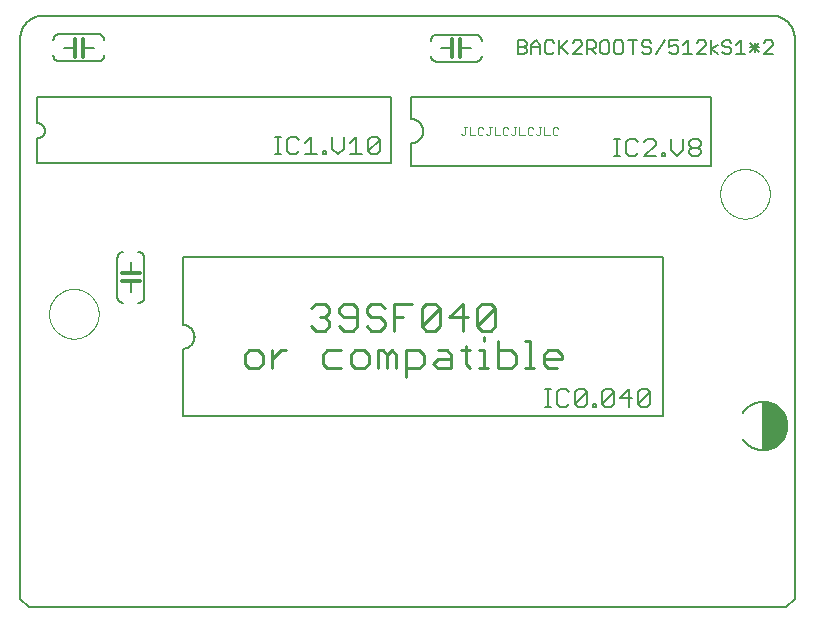
<source format=gto>
G75*
%MOIN*%
%OFA0B0*%
%FSLAX25Y25*%
%IPPOS*%
%LPD*%
%AMOC8*
5,1,8,0,0,1.08239X$1,22.5*
%
%ADD10C,0.00600*%
%ADD11C,0.00500*%
%ADD12C,0.00300*%
%ADD13C,0.00700*%
%ADD14C,0.01000*%
%ADD15C,0.01200*%
%ADD16C,0.00000*%
D10*
X0073680Y0007250D02*
X0076493Y0004438D01*
X0328993Y0004438D01*
X0331805Y0007250D01*
X0331805Y0194125D01*
X0331803Y0194306D01*
X0331796Y0194487D01*
X0331785Y0194668D01*
X0331770Y0194849D01*
X0331750Y0195029D01*
X0331726Y0195209D01*
X0331698Y0195388D01*
X0331665Y0195566D01*
X0331628Y0195743D01*
X0331587Y0195920D01*
X0331542Y0196095D01*
X0331492Y0196270D01*
X0331438Y0196443D01*
X0331380Y0196614D01*
X0331318Y0196785D01*
X0331251Y0196953D01*
X0331181Y0197120D01*
X0331107Y0197286D01*
X0331028Y0197449D01*
X0330946Y0197610D01*
X0330860Y0197770D01*
X0330770Y0197927D01*
X0330676Y0198082D01*
X0330579Y0198235D01*
X0330477Y0198385D01*
X0330373Y0198533D01*
X0330264Y0198679D01*
X0330153Y0198821D01*
X0330037Y0198961D01*
X0329919Y0199098D01*
X0329797Y0199233D01*
X0329672Y0199364D01*
X0329544Y0199492D01*
X0329413Y0199617D01*
X0329278Y0199739D01*
X0329141Y0199857D01*
X0329001Y0199973D01*
X0328859Y0200084D01*
X0328713Y0200193D01*
X0328565Y0200297D01*
X0328415Y0200399D01*
X0328262Y0200496D01*
X0328107Y0200590D01*
X0327950Y0200680D01*
X0327790Y0200766D01*
X0327629Y0200848D01*
X0327466Y0200927D01*
X0327300Y0201001D01*
X0327133Y0201071D01*
X0326965Y0201138D01*
X0326794Y0201200D01*
X0326623Y0201258D01*
X0326450Y0201312D01*
X0326275Y0201362D01*
X0326100Y0201407D01*
X0325923Y0201448D01*
X0325746Y0201485D01*
X0325568Y0201518D01*
X0325389Y0201546D01*
X0325209Y0201570D01*
X0325029Y0201590D01*
X0324848Y0201605D01*
X0324667Y0201616D01*
X0324486Y0201623D01*
X0324305Y0201625D01*
X0081180Y0201625D01*
X0080999Y0201623D01*
X0080818Y0201616D01*
X0080637Y0201605D01*
X0080456Y0201590D01*
X0080276Y0201570D01*
X0080096Y0201546D01*
X0079917Y0201518D01*
X0079739Y0201485D01*
X0079562Y0201448D01*
X0079385Y0201407D01*
X0079210Y0201362D01*
X0079035Y0201312D01*
X0078862Y0201258D01*
X0078691Y0201200D01*
X0078520Y0201138D01*
X0078352Y0201071D01*
X0078185Y0201001D01*
X0078019Y0200927D01*
X0077856Y0200848D01*
X0077695Y0200766D01*
X0077535Y0200680D01*
X0077378Y0200590D01*
X0077223Y0200496D01*
X0077070Y0200399D01*
X0076920Y0200297D01*
X0076772Y0200193D01*
X0076626Y0200084D01*
X0076484Y0199973D01*
X0076344Y0199857D01*
X0076207Y0199739D01*
X0076072Y0199617D01*
X0075941Y0199492D01*
X0075813Y0199364D01*
X0075688Y0199233D01*
X0075566Y0199098D01*
X0075448Y0198961D01*
X0075332Y0198821D01*
X0075221Y0198679D01*
X0075112Y0198533D01*
X0075008Y0198385D01*
X0074906Y0198235D01*
X0074809Y0198082D01*
X0074715Y0197927D01*
X0074625Y0197770D01*
X0074539Y0197610D01*
X0074457Y0197449D01*
X0074378Y0197286D01*
X0074304Y0197120D01*
X0074234Y0196953D01*
X0074167Y0196785D01*
X0074105Y0196614D01*
X0074047Y0196443D01*
X0073993Y0196270D01*
X0073943Y0196095D01*
X0073898Y0195920D01*
X0073857Y0195743D01*
X0073820Y0195566D01*
X0073787Y0195388D01*
X0073759Y0195209D01*
X0073735Y0195029D01*
X0073715Y0194849D01*
X0073700Y0194668D01*
X0073689Y0194487D01*
X0073682Y0194306D01*
X0073680Y0194125D01*
X0073680Y0007250D01*
X0127743Y0068125D02*
X0127743Y0090625D01*
X0127869Y0090627D01*
X0127994Y0090633D01*
X0128119Y0090643D01*
X0128244Y0090657D01*
X0128369Y0090674D01*
X0128493Y0090696D01*
X0128616Y0090721D01*
X0128738Y0090751D01*
X0128859Y0090784D01*
X0128979Y0090821D01*
X0129098Y0090861D01*
X0129215Y0090906D01*
X0129332Y0090954D01*
X0129446Y0091006D01*
X0129559Y0091061D01*
X0129670Y0091120D01*
X0129779Y0091182D01*
X0129886Y0091248D01*
X0129991Y0091317D01*
X0130094Y0091389D01*
X0130195Y0091464D01*
X0130293Y0091543D01*
X0130388Y0091625D01*
X0130481Y0091709D01*
X0130571Y0091797D01*
X0130659Y0091887D01*
X0130743Y0091980D01*
X0130825Y0092075D01*
X0130904Y0092173D01*
X0130979Y0092274D01*
X0131051Y0092377D01*
X0131120Y0092482D01*
X0131186Y0092589D01*
X0131248Y0092698D01*
X0131307Y0092809D01*
X0131362Y0092922D01*
X0131414Y0093036D01*
X0131462Y0093153D01*
X0131507Y0093270D01*
X0131547Y0093389D01*
X0131584Y0093509D01*
X0131617Y0093630D01*
X0131647Y0093752D01*
X0131672Y0093875D01*
X0131694Y0093999D01*
X0131711Y0094124D01*
X0131725Y0094249D01*
X0131735Y0094374D01*
X0131741Y0094499D01*
X0131743Y0094625D01*
X0131741Y0094751D01*
X0131735Y0094876D01*
X0131725Y0095001D01*
X0131711Y0095126D01*
X0131694Y0095251D01*
X0131672Y0095375D01*
X0131647Y0095498D01*
X0131617Y0095620D01*
X0131584Y0095741D01*
X0131547Y0095861D01*
X0131507Y0095980D01*
X0131462Y0096097D01*
X0131414Y0096214D01*
X0131362Y0096328D01*
X0131307Y0096441D01*
X0131248Y0096552D01*
X0131186Y0096661D01*
X0131120Y0096768D01*
X0131051Y0096873D01*
X0130979Y0096976D01*
X0130904Y0097077D01*
X0130825Y0097175D01*
X0130743Y0097270D01*
X0130659Y0097363D01*
X0130571Y0097453D01*
X0130481Y0097541D01*
X0130388Y0097625D01*
X0130293Y0097707D01*
X0130195Y0097786D01*
X0130094Y0097861D01*
X0129991Y0097933D01*
X0129886Y0098002D01*
X0129779Y0098068D01*
X0129670Y0098130D01*
X0129559Y0098189D01*
X0129446Y0098244D01*
X0129332Y0098296D01*
X0129215Y0098344D01*
X0129098Y0098389D01*
X0128979Y0098429D01*
X0128859Y0098466D01*
X0128738Y0098499D01*
X0128616Y0098529D01*
X0128493Y0098554D01*
X0128369Y0098576D01*
X0128244Y0098593D01*
X0128119Y0098607D01*
X0127994Y0098617D01*
X0127869Y0098623D01*
X0127743Y0098625D01*
X0127743Y0121125D01*
X0287743Y0121125D01*
X0287743Y0068125D01*
X0127743Y0068125D01*
X0115055Y0107937D02*
X0115055Y0120937D01*
X0115053Y0121024D01*
X0115047Y0121111D01*
X0115038Y0121198D01*
X0115025Y0121284D01*
X0115008Y0121370D01*
X0114987Y0121455D01*
X0114962Y0121538D01*
X0114934Y0121621D01*
X0114903Y0121702D01*
X0114868Y0121782D01*
X0114829Y0121860D01*
X0114787Y0121937D01*
X0114742Y0122012D01*
X0114693Y0122084D01*
X0114642Y0122155D01*
X0114587Y0122223D01*
X0114530Y0122288D01*
X0114469Y0122351D01*
X0114406Y0122412D01*
X0114341Y0122469D01*
X0114273Y0122524D01*
X0114202Y0122575D01*
X0114130Y0122624D01*
X0114055Y0122669D01*
X0113978Y0122711D01*
X0113900Y0122750D01*
X0113820Y0122785D01*
X0113739Y0122816D01*
X0113656Y0122844D01*
X0113573Y0122869D01*
X0113488Y0122890D01*
X0113402Y0122907D01*
X0113316Y0122920D01*
X0113229Y0122929D01*
X0113142Y0122935D01*
X0113055Y0122937D01*
X0110555Y0119437D02*
X0110555Y0115737D01*
X0110555Y0113237D02*
X0110555Y0109437D01*
X0108055Y0105937D02*
X0107968Y0105939D01*
X0107881Y0105945D01*
X0107794Y0105954D01*
X0107708Y0105967D01*
X0107622Y0105984D01*
X0107537Y0106005D01*
X0107454Y0106030D01*
X0107371Y0106058D01*
X0107290Y0106089D01*
X0107210Y0106124D01*
X0107132Y0106163D01*
X0107055Y0106205D01*
X0106980Y0106250D01*
X0106908Y0106299D01*
X0106837Y0106350D01*
X0106769Y0106405D01*
X0106704Y0106462D01*
X0106641Y0106523D01*
X0106580Y0106586D01*
X0106523Y0106651D01*
X0106468Y0106719D01*
X0106417Y0106790D01*
X0106368Y0106862D01*
X0106323Y0106937D01*
X0106281Y0107014D01*
X0106242Y0107092D01*
X0106207Y0107172D01*
X0106176Y0107253D01*
X0106148Y0107336D01*
X0106123Y0107419D01*
X0106102Y0107504D01*
X0106085Y0107590D01*
X0106072Y0107676D01*
X0106063Y0107763D01*
X0106057Y0107850D01*
X0106055Y0107937D01*
X0106055Y0120937D01*
X0106057Y0121024D01*
X0106063Y0121111D01*
X0106072Y0121198D01*
X0106085Y0121284D01*
X0106102Y0121370D01*
X0106123Y0121455D01*
X0106148Y0121538D01*
X0106176Y0121621D01*
X0106207Y0121702D01*
X0106242Y0121782D01*
X0106281Y0121860D01*
X0106323Y0121937D01*
X0106368Y0122012D01*
X0106417Y0122084D01*
X0106468Y0122155D01*
X0106523Y0122223D01*
X0106580Y0122288D01*
X0106641Y0122351D01*
X0106704Y0122412D01*
X0106769Y0122469D01*
X0106837Y0122524D01*
X0106908Y0122575D01*
X0106980Y0122624D01*
X0107055Y0122669D01*
X0107132Y0122711D01*
X0107210Y0122750D01*
X0107290Y0122785D01*
X0107371Y0122816D01*
X0107454Y0122844D01*
X0107537Y0122869D01*
X0107622Y0122890D01*
X0107708Y0122907D01*
X0107794Y0122920D01*
X0107881Y0122929D01*
X0107968Y0122935D01*
X0108055Y0122937D01*
X0115055Y0107937D02*
X0115053Y0107850D01*
X0115047Y0107763D01*
X0115038Y0107676D01*
X0115025Y0107590D01*
X0115008Y0107504D01*
X0114987Y0107419D01*
X0114962Y0107336D01*
X0114934Y0107253D01*
X0114903Y0107172D01*
X0114868Y0107092D01*
X0114829Y0107014D01*
X0114787Y0106937D01*
X0114742Y0106862D01*
X0114693Y0106790D01*
X0114642Y0106719D01*
X0114587Y0106651D01*
X0114530Y0106586D01*
X0114469Y0106523D01*
X0114406Y0106462D01*
X0114341Y0106405D01*
X0114273Y0106350D01*
X0114202Y0106299D01*
X0114130Y0106250D01*
X0114055Y0106205D01*
X0113978Y0106163D01*
X0113900Y0106124D01*
X0113820Y0106089D01*
X0113739Y0106058D01*
X0113656Y0106030D01*
X0113573Y0106005D01*
X0113488Y0105984D01*
X0113402Y0105967D01*
X0113316Y0105954D01*
X0113229Y0105945D01*
X0113142Y0105939D01*
X0113055Y0105937D01*
X0079368Y0152375D02*
X0197368Y0152375D01*
X0197368Y0174375D01*
X0079368Y0174375D01*
X0079368Y0165875D01*
X0079466Y0165873D01*
X0079564Y0165867D01*
X0079662Y0165858D01*
X0079759Y0165844D01*
X0079856Y0165827D01*
X0079952Y0165806D01*
X0080047Y0165781D01*
X0080141Y0165753D01*
X0080233Y0165720D01*
X0080325Y0165685D01*
X0080415Y0165645D01*
X0080503Y0165603D01*
X0080590Y0165556D01*
X0080674Y0165507D01*
X0080757Y0165454D01*
X0080837Y0165398D01*
X0080916Y0165338D01*
X0080992Y0165276D01*
X0081065Y0165211D01*
X0081136Y0165143D01*
X0081204Y0165072D01*
X0081269Y0164999D01*
X0081331Y0164923D01*
X0081391Y0164844D01*
X0081447Y0164764D01*
X0081500Y0164681D01*
X0081549Y0164597D01*
X0081596Y0164510D01*
X0081638Y0164422D01*
X0081678Y0164332D01*
X0081713Y0164240D01*
X0081746Y0164148D01*
X0081774Y0164054D01*
X0081799Y0163959D01*
X0081820Y0163863D01*
X0081837Y0163766D01*
X0081851Y0163669D01*
X0081860Y0163571D01*
X0081866Y0163473D01*
X0081868Y0163375D01*
X0081866Y0163277D01*
X0081860Y0163179D01*
X0081851Y0163081D01*
X0081837Y0162984D01*
X0081820Y0162887D01*
X0081799Y0162791D01*
X0081774Y0162696D01*
X0081746Y0162602D01*
X0081713Y0162510D01*
X0081678Y0162418D01*
X0081638Y0162328D01*
X0081596Y0162240D01*
X0081549Y0162153D01*
X0081500Y0162069D01*
X0081447Y0161986D01*
X0081391Y0161906D01*
X0081331Y0161827D01*
X0081269Y0161751D01*
X0081204Y0161678D01*
X0081136Y0161607D01*
X0081065Y0161539D01*
X0080992Y0161474D01*
X0080916Y0161412D01*
X0080837Y0161352D01*
X0080757Y0161296D01*
X0080674Y0161243D01*
X0080590Y0161194D01*
X0080503Y0161147D01*
X0080415Y0161105D01*
X0080325Y0161065D01*
X0080233Y0161030D01*
X0080141Y0160997D01*
X0080047Y0160969D01*
X0079952Y0160944D01*
X0079856Y0160923D01*
X0079759Y0160906D01*
X0079662Y0160892D01*
X0079564Y0160883D01*
X0079466Y0160877D01*
X0079368Y0160875D01*
X0079368Y0152375D01*
X0086681Y0186500D02*
X0099681Y0186500D01*
X0099768Y0186502D01*
X0099855Y0186508D01*
X0099942Y0186517D01*
X0100028Y0186530D01*
X0100114Y0186547D01*
X0100199Y0186568D01*
X0100282Y0186593D01*
X0100365Y0186621D01*
X0100446Y0186652D01*
X0100526Y0186687D01*
X0100604Y0186726D01*
X0100681Y0186768D01*
X0100756Y0186813D01*
X0100828Y0186862D01*
X0100899Y0186913D01*
X0100967Y0186968D01*
X0101032Y0187025D01*
X0101095Y0187086D01*
X0101156Y0187149D01*
X0101213Y0187214D01*
X0101268Y0187282D01*
X0101319Y0187353D01*
X0101368Y0187425D01*
X0101413Y0187500D01*
X0101455Y0187577D01*
X0101494Y0187655D01*
X0101529Y0187735D01*
X0101560Y0187816D01*
X0101588Y0187899D01*
X0101613Y0187982D01*
X0101634Y0188067D01*
X0101651Y0188153D01*
X0101664Y0188239D01*
X0101673Y0188326D01*
X0101679Y0188413D01*
X0101681Y0188500D01*
X0098181Y0191000D02*
X0094481Y0191000D01*
X0091981Y0191000D02*
X0088181Y0191000D01*
X0084681Y0193500D02*
X0084683Y0193587D01*
X0084689Y0193674D01*
X0084698Y0193761D01*
X0084711Y0193847D01*
X0084728Y0193933D01*
X0084749Y0194018D01*
X0084774Y0194101D01*
X0084802Y0194184D01*
X0084833Y0194265D01*
X0084868Y0194345D01*
X0084907Y0194423D01*
X0084949Y0194500D01*
X0084994Y0194575D01*
X0085043Y0194647D01*
X0085094Y0194718D01*
X0085149Y0194786D01*
X0085206Y0194851D01*
X0085267Y0194914D01*
X0085330Y0194975D01*
X0085395Y0195032D01*
X0085463Y0195087D01*
X0085534Y0195138D01*
X0085606Y0195187D01*
X0085681Y0195232D01*
X0085758Y0195274D01*
X0085836Y0195313D01*
X0085916Y0195348D01*
X0085997Y0195379D01*
X0086080Y0195407D01*
X0086163Y0195432D01*
X0086248Y0195453D01*
X0086334Y0195470D01*
X0086420Y0195483D01*
X0086507Y0195492D01*
X0086594Y0195498D01*
X0086681Y0195500D01*
X0099681Y0195500D01*
X0099768Y0195498D01*
X0099855Y0195492D01*
X0099942Y0195483D01*
X0100028Y0195470D01*
X0100114Y0195453D01*
X0100199Y0195432D01*
X0100282Y0195407D01*
X0100365Y0195379D01*
X0100446Y0195348D01*
X0100526Y0195313D01*
X0100604Y0195274D01*
X0100681Y0195232D01*
X0100756Y0195187D01*
X0100828Y0195138D01*
X0100899Y0195087D01*
X0100967Y0195032D01*
X0101032Y0194975D01*
X0101095Y0194914D01*
X0101156Y0194851D01*
X0101213Y0194786D01*
X0101268Y0194718D01*
X0101319Y0194647D01*
X0101368Y0194575D01*
X0101413Y0194500D01*
X0101455Y0194423D01*
X0101494Y0194345D01*
X0101529Y0194265D01*
X0101560Y0194184D01*
X0101588Y0194101D01*
X0101613Y0194018D01*
X0101634Y0193933D01*
X0101651Y0193847D01*
X0101664Y0193761D01*
X0101673Y0193674D01*
X0101679Y0193587D01*
X0101681Y0193500D01*
X0086681Y0186500D02*
X0086594Y0186502D01*
X0086507Y0186508D01*
X0086420Y0186517D01*
X0086334Y0186530D01*
X0086248Y0186547D01*
X0086163Y0186568D01*
X0086080Y0186593D01*
X0085997Y0186621D01*
X0085916Y0186652D01*
X0085836Y0186687D01*
X0085758Y0186726D01*
X0085681Y0186768D01*
X0085606Y0186813D01*
X0085534Y0186862D01*
X0085463Y0186913D01*
X0085395Y0186968D01*
X0085330Y0187025D01*
X0085267Y0187086D01*
X0085206Y0187149D01*
X0085149Y0187214D01*
X0085094Y0187282D01*
X0085043Y0187353D01*
X0084994Y0187425D01*
X0084949Y0187500D01*
X0084907Y0187577D01*
X0084868Y0187655D01*
X0084833Y0187735D01*
X0084802Y0187816D01*
X0084774Y0187899D01*
X0084749Y0187982D01*
X0084728Y0188067D01*
X0084711Y0188153D01*
X0084698Y0188239D01*
X0084689Y0188326D01*
X0084683Y0188413D01*
X0084681Y0188500D01*
X0203993Y0174687D02*
X0203993Y0167188D01*
X0204119Y0167186D01*
X0204244Y0167180D01*
X0204369Y0167170D01*
X0204494Y0167156D01*
X0204619Y0167139D01*
X0204743Y0167117D01*
X0204866Y0167092D01*
X0204988Y0167062D01*
X0205109Y0167029D01*
X0205229Y0166992D01*
X0205348Y0166952D01*
X0205465Y0166907D01*
X0205582Y0166859D01*
X0205696Y0166807D01*
X0205809Y0166752D01*
X0205920Y0166693D01*
X0206029Y0166631D01*
X0206136Y0166565D01*
X0206241Y0166496D01*
X0206344Y0166424D01*
X0206445Y0166349D01*
X0206543Y0166270D01*
X0206638Y0166188D01*
X0206731Y0166104D01*
X0206821Y0166016D01*
X0206909Y0165926D01*
X0206993Y0165833D01*
X0207075Y0165738D01*
X0207154Y0165640D01*
X0207229Y0165539D01*
X0207301Y0165436D01*
X0207370Y0165331D01*
X0207436Y0165224D01*
X0207498Y0165115D01*
X0207557Y0165004D01*
X0207612Y0164891D01*
X0207664Y0164777D01*
X0207712Y0164660D01*
X0207757Y0164543D01*
X0207797Y0164424D01*
X0207834Y0164304D01*
X0207867Y0164183D01*
X0207897Y0164061D01*
X0207922Y0163938D01*
X0207944Y0163814D01*
X0207961Y0163689D01*
X0207975Y0163564D01*
X0207985Y0163439D01*
X0207991Y0163314D01*
X0207993Y0163188D01*
X0207991Y0163062D01*
X0207985Y0162937D01*
X0207975Y0162812D01*
X0207961Y0162687D01*
X0207944Y0162562D01*
X0207922Y0162438D01*
X0207897Y0162315D01*
X0207867Y0162193D01*
X0207834Y0162072D01*
X0207797Y0161952D01*
X0207757Y0161833D01*
X0207712Y0161716D01*
X0207664Y0161599D01*
X0207612Y0161485D01*
X0207557Y0161372D01*
X0207498Y0161261D01*
X0207436Y0161152D01*
X0207370Y0161045D01*
X0207301Y0160940D01*
X0207229Y0160837D01*
X0207154Y0160736D01*
X0207075Y0160638D01*
X0206993Y0160543D01*
X0206909Y0160450D01*
X0206821Y0160360D01*
X0206731Y0160272D01*
X0206638Y0160188D01*
X0206543Y0160106D01*
X0206445Y0160027D01*
X0206344Y0159952D01*
X0206241Y0159880D01*
X0206136Y0159811D01*
X0206029Y0159745D01*
X0205920Y0159683D01*
X0205809Y0159624D01*
X0205696Y0159569D01*
X0205582Y0159517D01*
X0205465Y0159469D01*
X0205348Y0159424D01*
X0205229Y0159384D01*
X0205109Y0159347D01*
X0204988Y0159314D01*
X0204866Y0159284D01*
X0204743Y0159259D01*
X0204619Y0159237D01*
X0204494Y0159220D01*
X0204369Y0159206D01*
X0204244Y0159196D01*
X0204119Y0159190D01*
X0203993Y0159188D01*
X0203993Y0151688D01*
X0303993Y0151688D01*
X0303993Y0174687D01*
X0203993Y0174687D01*
X0212517Y0186338D02*
X0225517Y0186338D01*
X0225604Y0186340D01*
X0225691Y0186346D01*
X0225778Y0186355D01*
X0225864Y0186368D01*
X0225950Y0186385D01*
X0226035Y0186406D01*
X0226118Y0186431D01*
X0226201Y0186459D01*
X0226282Y0186490D01*
X0226362Y0186525D01*
X0226440Y0186564D01*
X0226517Y0186606D01*
X0226592Y0186651D01*
X0226664Y0186700D01*
X0226735Y0186751D01*
X0226803Y0186806D01*
X0226868Y0186863D01*
X0226931Y0186924D01*
X0226992Y0186987D01*
X0227049Y0187052D01*
X0227104Y0187120D01*
X0227155Y0187191D01*
X0227204Y0187263D01*
X0227249Y0187338D01*
X0227291Y0187415D01*
X0227330Y0187493D01*
X0227365Y0187573D01*
X0227396Y0187654D01*
X0227424Y0187737D01*
X0227449Y0187820D01*
X0227470Y0187905D01*
X0227487Y0187991D01*
X0227500Y0188077D01*
X0227509Y0188164D01*
X0227515Y0188251D01*
X0227517Y0188338D01*
X0224017Y0190838D02*
X0220217Y0190838D01*
X0217717Y0190838D02*
X0214017Y0190838D01*
X0210517Y0193338D02*
X0210519Y0193425D01*
X0210525Y0193512D01*
X0210534Y0193599D01*
X0210547Y0193685D01*
X0210564Y0193771D01*
X0210585Y0193856D01*
X0210610Y0193939D01*
X0210638Y0194022D01*
X0210669Y0194103D01*
X0210704Y0194183D01*
X0210743Y0194261D01*
X0210785Y0194338D01*
X0210830Y0194413D01*
X0210879Y0194485D01*
X0210930Y0194556D01*
X0210985Y0194624D01*
X0211042Y0194689D01*
X0211103Y0194752D01*
X0211166Y0194813D01*
X0211231Y0194870D01*
X0211299Y0194925D01*
X0211370Y0194976D01*
X0211442Y0195025D01*
X0211517Y0195070D01*
X0211594Y0195112D01*
X0211672Y0195151D01*
X0211752Y0195186D01*
X0211833Y0195217D01*
X0211916Y0195245D01*
X0211999Y0195270D01*
X0212084Y0195291D01*
X0212170Y0195308D01*
X0212256Y0195321D01*
X0212343Y0195330D01*
X0212430Y0195336D01*
X0212517Y0195338D01*
X0225517Y0195338D01*
X0225604Y0195336D01*
X0225691Y0195330D01*
X0225778Y0195321D01*
X0225864Y0195308D01*
X0225950Y0195291D01*
X0226035Y0195270D01*
X0226118Y0195245D01*
X0226201Y0195217D01*
X0226282Y0195186D01*
X0226362Y0195151D01*
X0226440Y0195112D01*
X0226517Y0195070D01*
X0226592Y0195025D01*
X0226664Y0194976D01*
X0226735Y0194925D01*
X0226803Y0194870D01*
X0226868Y0194813D01*
X0226931Y0194752D01*
X0226992Y0194689D01*
X0227049Y0194624D01*
X0227104Y0194556D01*
X0227155Y0194485D01*
X0227204Y0194413D01*
X0227249Y0194338D01*
X0227291Y0194261D01*
X0227330Y0194183D01*
X0227365Y0194103D01*
X0227396Y0194022D01*
X0227424Y0193939D01*
X0227449Y0193856D01*
X0227470Y0193771D01*
X0227487Y0193685D01*
X0227500Y0193599D01*
X0227509Y0193512D01*
X0227515Y0193425D01*
X0227517Y0193338D01*
X0212517Y0186338D02*
X0212430Y0186340D01*
X0212343Y0186346D01*
X0212256Y0186355D01*
X0212170Y0186368D01*
X0212084Y0186385D01*
X0211999Y0186406D01*
X0211916Y0186431D01*
X0211833Y0186459D01*
X0211752Y0186490D01*
X0211672Y0186525D01*
X0211594Y0186564D01*
X0211517Y0186606D01*
X0211442Y0186651D01*
X0211370Y0186700D01*
X0211299Y0186751D01*
X0211231Y0186806D01*
X0211166Y0186863D01*
X0211103Y0186924D01*
X0211042Y0186987D01*
X0210985Y0187052D01*
X0210930Y0187120D01*
X0210879Y0187191D01*
X0210830Y0187263D01*
X0210785Y0187338D01*
X0210743Y0187415D01*
X0210704Y0187493D01*
X0210669Y0187573D01*
X0210638Y0187654D01*
X0210610Y0187737D01*
X0210585Y0187820D01*
X0210564Y0187905D01*
X0210547Y0187991D01*
X0210534Y0188077D01*
X0210525Y0188164D01*
X0210519Y0188251D01*
X0210517Y0188338D01*
X0314493Y0060484D02*
X0314602Y0060322D01*
X0314715Y0060162D01*
X0314832Y0060006D01*
X0314953Y0059852D01*
X0315078Y0059702D01*
X0315206Y0059554D01*
X0315338Y0059410D01*
X0315473Y0059268D01*
X0315612Y0059131D01*
X0315754Y0058996D01*
X0315899Y0058866D01*
X0316048Y0058738D01*
X0316199Y0058615D01*
X0316354Y0058495D01*
X0316511Y0058379D01*
X0316671Y0058267D01*
X0316834Y0058158D01*
X0316999Y0058054D01*
X0317167Y0057954D01*
X0317338Y0057858D01*
X0317510Y0057766D01*
X0317685Y0057679D01*
X0317862Y0057596D01*
X0318041Y0057517D01*
X0318222Y0057442D01*
X0318404Y0057372D01*
X0318588Y0057306D01*
X0318774Y0057245D01*
X0318961Y0057189D01*
X0319150Y0057137D01*
X0319339Y0057090D01*
X0319530Y0057047D01*
X0319722Y0057009D01*
X0319915Y0056976D01*
X0320108Y0056947D01*
X0320302Y0056923D01*
X0320497Y0056904D01*
X0320692Y0056890D01*
X0320887Y0056880D01*
X0321082Y0056876D01*
X0321278Y0056876D01*
X0321473Y0056880D01*
X0321668Y0056890D01*
X0321863Y0056904D01*
X0322058Y0056923D01*
X0322252Y0056947D01*
X0322445Y0056976D01*
X0322638Y0057009D01*
X0322830Y0057047D01*
X0323021Y0057090D01*
X0323210Y0057137D01*
X0323399Y0057189D01*
X0323586Y0057245D01*
X0323772Y0057306D01*
X0323956Y0057372D01*
X0324138Y0057442D01*
X0324319Y0057517D01*
X0324498Y0057596D01*
X0324675Y0057679D01*
X0324850Y0057766D01*
X0325022Y0057858D01*
X0325193Y0057954D01*
X0325361Y0058054D01*
X0325526Y0058158D01*
X0325689Y0058267D01*
X0325849Y0058379D01*
X0326006Y0058495D01*
X0326161Y0058615D01*
X0326312Y0058738D01*
X0326461Y0058866D01*
X0326606Y0058996D01*
X0326748Y0059131D01*
X0326887Y0059268D01*
X0327022Y0059410D01*
X0327154Y0059554D01*
X0327282Y0059702D01*
X0327407Y0059852D01*
X0327528Y0060006D01*
X0327645Y0060162D01*
X0327758Y0060322D01*
X0327867Y0060484D01*
X0327867Y0069266D02*
X0327758Y0069428D01*
X0327645Y0069588D01*
X0327528Y0069744D01*
X0327407Y0069898D01*
X0327282Y0070048D01*
X0327154Y0070196D01*
X0327022Y0070340D01*
X0326887Y0070482D01*
X0326748Y0070619D01*
X0326606Y0070754D01*
X0326461Y0070884D01*
X0326312Y0071012D01*
X0326161Y0071135D01*
X0326006Y0071255D01*
X0325849Y0071371D01*
X0325689Y0071483D01*
X0325526Y0071592D01*
X0325361Y0071696D01*
X0325193Y0071796D01*
X0325022Y0071892D01*
X0324850Y0071984D01*
X0324675Y0072071D01*
X0324498Y0072154D01*
X0324319Y0072233D01*
X0324138Y0072308D01*
X0323956Y0072378D01*
X0323772Y0072444D01*
X0323586Y0072505D01*
X0323399Y0072561D01*
X0323210Y0072613D01*
X0323021Y0072660D01*
X0322830Y0072703D01*
X0322638Y0072741D01*
X0322445Y0072774D01*
X0322252Y0072803D01*
X0322058Y0072827D01*
X0321863Y0072846D01*
X0321668Y0072860D01*
X0321473Y0072870D01*
X0321278Y0072874D01*
X0321082Y0072874D01*
X0320887Y0072870D01*
X0320692Y0072860D01*
X0320497Y0072846D01*
X0320302Y0072827D01*
X0320108Y0072803D01*
X0319915Y0072774D01*
X0319722Y0072741D01*
X0319530Y0072703D01*
X0319339Y0072660D01*
X0319150Y0072613D01*
X0318961Y0072561D01*
X0318774Y0072505D01*
X0318588Y0072444D01*
X0318404Y0072378D01*
X0318222Y0072308D01*
X0318041Y0072233D01*
X0317862Y0072154D01*
X0317685Y0072071D01*
X0317510Y0071984D01*
X0317338Y0071892D01*
X0317167Y0071796D01*
X0316999Y0071696D01*
X0316834Y0071592D01*
X0316671Y0071483D01*
X0316511Y0071371D01*
X0316354Y0071255D01*
X0316199Y0071135D01*
X0316048Y0071012D01*
X0315899Y0070884D01*
X0315754Y0070754D01*
X0315612Y0070619D01*
X0315473Y0070482D01*
X0315338Y0070340D01*
X0315206Y0070196D01*
X0315078Y0070048D01*
X0314953Y0069898D01*
X0314832Y0069744D01*
X0314715Y0069588D01*
X0314602Y0069428D01*
X0314493Y0069266D01*
D11*
X0321180Y0069244D02*
X0328003Y0069244D01*
X0327754Y0069651D02*
X0326926Y0070621D01*
X0325956Y0071449D01*
X0324869Y0072115D01*
X0323691Y0072603D01*
X0322451Y0072900D01*
X0321180Y0073000D01*
X0321180Y0056750D01*
X0322451Y0056851D01*
X0323691Y0057148D01*
X0324869Y0057636D01*
X0325956Y0058302D01*
X0326926Y0059130D01*
X0327754Y0060100D01*
X0328420Y0061187D01*
X0328908Y0062365D01*
X0329205Y0063604D01*
X0329305Y0064875D01*
X0329205Y0066147D01*
X0328908Y0067386D01*
X0328420Y0068564D01*
X0327754Y0069651D01*
X0327676Y0069742D02*
X0321180Y0069742D01*
X0321180Y0070241D02*
X0327250Y0070241D01*
X0326786Y0070740D02*
X0321180Y0070740D01*
X0321180Y0071238D02*
X0326203Y0071238D01*
X0325486Y0071737D02*
X0321180Y0071737D01*
X0321180Y0072235D02*
X0324579Y0072235D01*
X0323147Y0072734D02*
X0321180Y0072734D01*
X0321180Y0068745D02*
X0328309Y0068745D01*
X0328551Y0068247D02*
X0321180Y0068247D01*
X0321180Y0067748D02*
X0328758Y0067748D01*
X0328940Y0067250D02*
X0321180Y0067250D01*
X0321180Y0066751D02*
X0329060Y0066751D01*
X0329180Y0066253D02*
X0321180Y0066253D01*
X0321180Y0065754D02*
X0329236Y0065754D01*
X0329275Y0065256D02*
X0321180Y0065256D01*
X0321180Y0064757D02*
X0329296Y0064757D01*
X0329257Y0064259D02*
X0321180Y0064259D01*
X0321180Y0063760D02*
X0329218Y0063760D01*
X0329123Y0063262D02*
X0321180Y0063262D01*
X0321180Y0062763D02*
X0329003Y0062763D01*
X0328866Y0062265D02*
X0321180Y0062265D01*
X0321180Y0061766D02*
X0328660Y0061766D01*
X0328453Y0061268D02*
X0321180Y0061268D01*
X0321180Y0060769D02*
X0328164Y0060769D01*
X0327858Y0060271D02*
X0321180Y0060271D01*
X0321180Y0059772D02*
X0327474Y0059772D01*
X0327048Y0059274D02*
X0321180Y0059274D01*
X0321180Y0058775D02*
X0326510Y0058775D01*
X0325914Y0058277D02*
X0321180Y0058277D01*
X0321180Y0057778D02*
X0325101Y0057778D01*
X0324009Y0057280D02*
X0321180Y0057280D01*
X0321180Y0056781D02*
X0321570Y0056781D01*
X0321526Y0188875D02*
X0324529Y0191878D01*
X0324529Y0192629D01*
X0323778Y0193379D01*
X0322277Y0193379D01*
X0321526Y0192629D01*
X0319925Y0192629D02*
X0316922Y0189626D01*
X0318423Y0189626D02*
X0318423Y0192629D01*
X0316922Y0192629D02*
X0319925Y0189626D01*
X0319925Y0191127D02*
X0316922Y0191127D01*
X0315321Y0188875D02*
X0312318Y0188875D01*
X0313819Y0188875D02*
X0313819Y0193379D01*
X0312318Y0191878D01*
X0310717Y0192629D02*
X0309966Y0193379D01*
X0308465Y0193379D01*
X0307714Y0192629D01*
X0307714Y0191878D01*
X0308465Y0191127D01*
X0309966Y0191127D01*
X0310717Y0190377D01*
X0310717Y0189626D01*
X0309966Y0188875D01*
X0308465Y0188875D01*
X0307714Y0189626D01*
X0306130Y0188875D02*
X0303878Y0190377D01*
X0306130Y0191878D01*
X0303878Y0193379D02*
X0303878Y0188875D01*
X0302276Y0188875D02*
X0299274Y0188875D01*
X0302276Y0191878D01*
X0302276Y0192629D01*
X0301526Y0193379D01*
X0300024Y0193379D01*
X0299274Y0192629D01*
X0296171Y0193379D02*
X0296171Y0188875D01*
X0294670Y0188875D02*
X0297672Y0188875D01*
X0294670Y0191878D02*
X0296171Y0193379D01*
X0293068Y0193379D02*
X0290066Y0193379D01*
X0290066Y0191127D01*
X0291567Y0191878D01*
X0292318Y0191878D01*
X0293068Y0191127D01*
X0293068Y0189626D01*
X0292318Y0188875D01*
X0290816Y0188875D01*
X0290066Y0189626D01*
X0288464Y0193379D02*
X0285462Y0188875D01*
X0283861Y0189626D02*
X0283110Y0188875D01*
X0281609Y0188875D01*
X0280858Y0189626D01*
X0281609Y0191127D02*
X0280858Y0191878D01*
X0280858Y0192629D01*
X0281609Y0193379D01*
X0283110Y0193379D01*
X0283861Y0192629D01*
X0283110Y0191127D02*
X0283861Y0190377D01*
X0283861Y0189626D01*
X0283110Y0191127D02*
X0281609Y0191127D01*
X0279257Y0193379D02*
X0276254Y0193379D01*
X0277755Y0193379D02*
X0277755Y0188875D01*
X0274653Y0189626D02*
X0274653Y0192629D01*
X0273902Y0193379D01*
X0272401Y0193379D01*
X0271650Y0192629D01*
X0271650Y0189626D01*
X0272401Y0188875D01*
X0273902Y0188875D01*
X0274653Y0189626D01*
X0270049Y0189626D02*
X0270049Y0192629D01*
X0269298Y0193379D01*
X0267797Y0193379D01*
X0267046Y0192629D01*
X0267046Y0189626D01*
X0267797Y0188875D01*
X0269298Y0188875D01*
X0270049Y0189626D01*
X0265445Y0188875D02*
X0263944Y0190377D01*
X0264694Y0190377D02*
X0262442Y0190377D01*
X0262442Y0188875D02*
X0262442Y0193379D01*
X0264694Y0193379D01*
X0265445Y0192629D01*
X0265445Y0191127D01*
X0264694Y0190377D01*
X0260841Y0191878D02*
X0260841Y0192629D01*
X0260090Y0193379D01*
X0258589Y0193379D01*
X0257838Y0192629D01*
X0256237Y0193379D02*
X0253234Y0190377D01*
X0253985Y0191127D02*
X0256237Y0188875D01*
X0257838Y0188875D02*
X0260841Y0191878D01*
X0260841Y0188875D02*
X0257838Y0188875D01*
X0253234Y0188875D02*
X0253234Y0193379D01*
X0251633Y0192629D02*
X0250882Y0193379D01*
X0249381Y0193379D01*
X0248630Y0192629D01*
X0248630Y0189626D01*
X0249381Y0188875D01*
X0250882Y0188875D01*
X0251633Y0189626D01*
X0247029Y0188875D02*
X0247029Y0191878D01*
X0245528Y0193379D01*
X0244027Y0191878D01*
X0244027Y0188875D01*
X0242425Y0189626D02*
X0241675Y0188875D01*
X0239423Y0188875D01*
X0239423Y0193379D01*
X0241675Y0193379D01*
X0242425Y0192629D01*
X0242425Y0191878D01*
X0241675Y0191127D01*
X0239423Y0191127D01*
X0241675Y0191127D02*
X0242425Y0190377D01*
X0242425Y0189626D01*
X0244027Y0191127D02*
X0247029Y0191127D01*
X0321526Y0188875D02*
X0324529Y0188875D01*
D12*
X0252881Y0163964D02*
X0252431Y0164414D01*
X0251530Y0164414D01*
X0251079Y0163964D01*
X0251079Y0162162D01*
X0251530Y0161712D01*
X0252431Y0161712D01*
X0252881Y0162162D01*
X0250119Y0161712D02*
X0248317Y0161712D01*
X0248317Y0164414D01*
X0247356Y0164414D02*
X0246456Y0164414D01*
X0246906Y0164414D02*
X0246906Y0162162D01*
X0246456Y0161712D01*
X0246005Y0161712D01*
X0245555Y0162162D01*
X0244594Y0162162D02*
X0244144Y0161712D01*
X0243243Y0161712D01*
X0242792Y0162162D01*
X0242792Y0163964D01*
X0243243Y0164414D01*
X0244144Y0164414D01*
X0244594Y0163964D01*
X0241832Y0161712D02*
X0240030Y0161712D01*
X0240030Y0164414D01*
X0239069Y0164414D02*
X0238168Y0164414D01*
X0238619Y0164414D02*
X0238619Y0162162D01*
X0238168Y0161712D01*
X0237718Y0161712D01*
X0237268Y0162162D01*
X0236307Y0162162D02*
X0235857Y0161712D01*
X0234956Y0161712D01*
X0234505Y0162162D01*
X0234505Y0163964D01*
X0234956Y0164414D01*
X0235857Y0164414D01*
X0236307Y0163964D01*
X0233545Y0161712D02*
X0231743Y0161712D01*
X0231743Y0164414D01*
X0230782Y0164414D02*
X0229881Y0164414D01*
X0230332Y0164414D02*
X0230332Y0162162D01*
X0229881Y0161712D01*
X0229431Y0161712D01*
X0228981Y0162162D01*
X0228020Y0162162D02*
X0227569Y0161712D01*
X0226669Y0161712D01*
X0226218Y0162162D01*
X0226218Y0163964D01*
X0226669Y0164414D01*
X0227569Y0164414D01*
X0228020Y0163964D01*
X0225258Y0161712D02*
X0223456Y0161712D01*
X0223456Y0164414D01*
X0222495Y0164414D02*
X0221594Y0164414D01*
X0222045Y0164414D02*
X0222045Y0162162D01*
X0221594Y0161712D01*
X0221144Y0161712D01*
X0220694Y0162162D01*
D13*
X0193494Y0160250D02*
X0193494Y0156380D01*
X0192527Y0155413D01*
X0190592Y0155413D01*
X0189624Y0156380D01*
X0193494Y0160250D01*
X0192527Y0161218D01*
X0190592Y0161218D01*
X0189624Y0160250D01*
X0189624Y0156380D01*
X0187509Y0155413D02*
X0183639Y0155413D01*
X0185574Y0155413D02*
X0185574Y0161218D01*
X0183639Y0159283D01*
X0181524Y0157348D02*
X0181524Y0161218D01*
X0177654Y0161218D02*
X0177654Y0157348D01*
X0179589Y0155413D01*
X0181524Y0157348D01*
X0175629Y0156380D02*
X0175629Y0155413D01*
X0174661Y0155413D01*
X0174661Y0156380D01*
X0175629Y0156380D01*
X0172546Y0155413D02*
X0168676Y0155413D01*
X0170611Y0155413D02*
X0170611Y0161218D01*
X0168676Y0159283D01*
X0166561Y0160250D02*
X0165594Y0161218D01*
X0163659Y0161218D01*
X0162691Y0160250D01*
X0162691Y0156380D01*
X0163659Y0155413D01*
X0165594Y0155413D01*
X0166561Y0156380D01*
X0160636Y0155413D02*
X0158701Y0155413D01*
X0159669Y0155413D02*
X0159669Y0161218D01*
X0160636Y0161218D02*
X0158701Y0161218D01*
X0271694Y0160593D02*
X0273629Y0160593D01*
X0272661Y0160593D02*
X0272661Y0154788D01*
X0271694Y0154788D02*
X0273629Y0154788D01*
X0275684Y0155755D02*
X0276651Y0154788D01*
X0278586Y0154788D01*
X0279554Y0155755D01*
X0281669Y0154788D02*
X0285539Y0158658D01*
X0285539Y0159625D01*
X0284571Y0160593D01*
X0282636Y0160593D01*
X0281669Y0159625D01*
X0279554Y0159625D02*
X0278586Y0160593D01*
X0276651Y0160593D01*
X0275684Y0159625D01*
X0275684Y0155755D01*
X0281669Y0154788D02*
X0285539Y0154788D01*
X0287654Y0154788D02*
X0288622Y0154788D01*
X0288622Y0155755D01*
X0287654Y0155755D01*
X0287654Y0154788D01*
X0290647Y0156723D02*
X0292582Y0154788D01*
X0294517Y0156723D01*
X0294517Y0160593D01*
X0296632Y0159625D02*
X0296632Y0158658D01*
X0297599Y0157690D01*
X0299534Y0157690D01*
X0300502Y0156723D01*
X0300502Y0155755D01*
X0299534Y0154788D01*
X0297599Y0154788D01*
X0296632Y0155755D01*
X0296632Y0156723D01*
X0297599Y0157690D01*
X0299534Y0157690D02*
X0300502Y0158658D01*
X0300502Y0159625D01*
X0299534Y0160593D01*
X0297599Y0160593D01*
X0296632Y0159625D01*
X0290647Y0160593D02*
X0290647Y0156723D01*
X0282527Y0077155D02*
X0280592Y0077155D01*
X0279624Y0076188D01*
X0279624Y0072318D01*
X0283494Y0076188D01*
X0283494Y0072318D01*
X0282527Y0071350D01*
X0280592Y0071350D01*
X0279624Y0072318D01*
X0277509Y0074253D02*
X0273639Y0074253D01*
X0276542Y0077155D01*
X0276542Y0071350D01*
X0271524Y0072318D02*
X0270556Y0071350D01*
X0268622Y0071350D01*
X0267654Y0072318D01*
X0271524Y0076188D01*
X0271524Y0072318D01*
X0271524Y0076188D02*
X0270556Y0077155D01*
X0268622Y0077155D01*
X0267654Y0076188D01*
X0267654Y0072318D01*
X0265629Y0072318D02*
X0265629Y0071350D01*
X0264661Y0071350D01*
X0264661Y0072318D01*
X0265629Y0072318D01*
X0262546Y0072318D02*
X0261579Y0071350D01*
X0259644Y0071350D01*
X0258676Y0072318D01*
X0262546Y0076188D01*
X0262546Y0072318D01*
X0258676Y0072318D02*
X0258676Y0076188D01*
X0259644Y0077155D01*
X0261579Y0077155D01*
X0262546Y0076188D01*
X0256561Y0076188D02*
X0255594Y0077155D01*
X0253659Y0077155D01*
X0252691Y0076188D01*
X0252691Y0072318D01*
X0253659Y0071350D01*
X0255594Y0071350D01*
X0256561Y0072318D01*
X0250636Y0071350D02*
X0248701Y0071350D01*
X0249669Y0071350D02*
X0249669Y0077155D01*
X0250636Y0077155D02*
X0248701Y0077155D01*
X0282527Y0077155D02*
X0283494Y0076188D01*
D14*
X0254207Y0087128D02*
X0248202Y0087128D01*
X0248202Y0085627D02*
X0248202Y0088629D01*
X0249703Y0090131D01*
X0252706Y0090131D01*
X0254207Y0088629D01*
X0254207Y0087128D01*
X0252706Y0084125D02*
X0249703Y0084125D01*
X0248202Y0085627D01*
X0245066Y0084125D02*
X0242064Y0084125D01*
X0243565Y0084125D02*
X0243565Y0093133D01*
X0242064Y0093133D01*
X0238861Y0088629D02*
X0237360Y0090131D01*
X0232856Y0090131D01*
X0228218Y0090131D02*
X0228218Y0084125D01*
X0226717Y0084125D02*
X0229720Y0084125D01*
X0232856Y0084125D02*
X0237360Y0084125D01*
X0238861Y0085627D01*
X0238861Y0088629D01*
X0232856Y0093133D02*
X0232856Y0084125D01*
X0228218Y0090131D02*
X0226717Y0090131D01*
X0223581Y0090131D02*
X0220579Y0090131D01*
X0222080Y0091632D02*
X0222080Y0085627D01*
X0223581Y0084125D01*
X0217376Y0084125D02*
X0217376Y0088629D01*
X0215875Y0090131D01*
X0212872Y0090131D01*
X0212872Y0087128D02*
X0217376Y0087128D01*
X0217376Y0084125D02*
X0212872Y0084125D01*
X0211371Y0085627D01*
X0212872Y0087128D01*
X0208168Y0085627D02*
X0206667Y0084125D01*
X0202163Y0084125D01*
X0198960Y0084125D02*
X0198960Y0088629D01*
X0197459Y0090131D01*
X0195958Y0088629D01*
X0195958Y0084125D01*
X0192955Y0084125D02*
X0192955Y0090131D01*
X0194456Y0090131D01*
X0195958Y0088629D01*
X0202163Y0090131D02*
X0206667Y0090131D01*
X0208168Y0088629D01*
X0208168Y0085627D01*
X0202163Y0081123D02*
X0202163Y0090131D01*
X0198326Y0096625D02*
X0198326Y0105633D01*
X0204331Y0105633D01*
X0207534Y0104132D02*
X0209035Y0105633D01*
X0212038Y0105633D01*
X0213539Y0104132D01*
X0207534Y0098127D01*
X0209035Y0096625D01*
X0212038Y0096625D01*
X0213539Y0098127D01*
X0213539Y0104132D01*
X0216742Y0101129D02*
X0222747Y0101129D01*
X0225950Y0098127D02*
X0231955Y0104132D01*
X0231955Y0098127D01*
X0230454Y0096625D01*
X0227451Y0096625D01*
X0225950Y0098127D01*
X0225950Y0104132D01*
X0227451Y0105633D01*
X0230454Y0105633D01*
X0231955Y0104132D01*
X0221246Y0105633D02*
X0221246Y0096625D01*
X0216742Y0101129D02*
X0221246Y0105633D01*
X0207534Y0104132D02*
X0207534Y0098127D01*
X0201329Y0101129D02*
X0198326Y0101129D01*
X0195124Y0099628D02*
X0195124Y0098127D01*
X0193622Y0096625D01*
X0190620Y0096625D01*
X0189118Y0098127D01*
X0185916Y0098127D02*
X0185916Y0104132D01*
X0184414Y0105633D01*
X0181412Y0105633D01*
X0179911Y0104132D01*
X0179911Y0102631D01*
X0181412Y0101129D01*
X0185916Y0101129D01*
X0185916Y0098127D02*
X0184414Y0096625D01*
X0181412Y0096625D01*
X0179911Y0098127D01*
X0176708Y0098127D02*
X0175207Y0096625D01*
X0172204Y0096625D01*
X0170703Y0098127D01*
X0173705Y0101129D02*
X0175207Y0101129D01*
X0176708Y0099628D01*
X0176708Y0098127D01*
X0175207Y0101129D02*
X0176708Y0102631D01*
X0176708Y0104132D01*
X0175207Y0105633D01*
X0172204Y0105633D01*
X0170703Y0104132D01*
X0176041Y0090131D02*
X0174539Y0088629D01*
X0174539Y0085627D01*
X0176041Y0084125D01*
X0180544Y0084125D01*
X0183747Y0085627D02*
X0185248Y0084125D01*
X0188251Y0084125D01*
X0189752Y0085627D01*
X0189752Y0088629D01*
X0188251Y0090131D01*
X0185248Y0090131D01*
X0183747Y0088629D01*
X0183747Y0085627D01*
X0180544Y0090131D02*
X0176041Y0090131D01*
X0162162Y0090131D02*
X0160661Y0090131D01*
X0157658Y0087128D01*
X0157658Y0084125D02*
X0157658Y0090131D01*
X0154456Y0088629D02*
X0152954Y0090131D01*
X0149952Y0090131D01*
X0148450Y0088629D01*
X0148450Y0085627D01*
X0149952Y0084125D01*
X0152954Y0084125D01*
X0154456Y0085627D01*
X0154456Y0088629D01*
X0189118Y0102631D02*
X0190620Y0101129D01*
X0193622Y0101129D01*
X0195124Y0099628D01*
X0189118Y0102631D02*
X0189118Y0104132D01*
X0190620Y0105633D01*
X0193622Y0105633D01*
X0195124Y0104132D01*
X0228218Y0094634D02*
X0228218Y0093133D01*
D15*
X0113555Y0113237D02*
X0110555Y0113237D01*
X0107555Y0113237D01*
X0107555Y0115737D02*
X0110555Y0115737D01*
X0113555Y0115737D01*
X0094481Y0188000D02*
X0094481Y0191000D01*
X0094481Y0194000D01*
X0091981Y0194000D02*
X0091981Y0191000D01*
X0091981Y0188000D01*
X0217717Y0187838D02*
X0217717Y0190838D01*
X0217717Y0193838D01*
X0220217Y0193838D02*
X0220217Y0190838D01*
X0220217Y0187838D01*
D16*
X0306975Y0142250D02*
X0306977Y0142453D01*
X0306985Y0142656D01*
X0306997Y0142858D01*
X0307015Y0143060D01*
X0307037Y0143262D01*
X0307064Y0143463D01*
X0307097Y0143664D01*
X0307134Y0143863D01*
X0307176Y0144062D01*
X0307223Y0144259D01*
X0307274Y0144455D01*
X0307331Y0144650D01*
X0307392Y0144844D01*
X0307458Y0145035D01*
X0307529Y0145226D01*
X0307604Y0145414D01*
X0307684Y0145601D01*
X0307769Y0145785D01*
X0307858Y0145967D01*
X0307951Y0146148D01*
X0308049Y0146325D01*
X0308151Y0146501D01*
X0308258Y0146673D01*
X0308368Y0146843D01*
X0308483Y0147011D01*
X0308602Y0147175D01*
X0308725Y0147337D01*
X0308852Y0147495D01*
X0308982Y0147650D01*
X0309117Y0147802D01*
X0309255Y0147951D01*
X0309397Y0148096D01*
X0309542Y0148238D01*
X0309691Y0148376D01*
X0309843Y0148511D01*
X0309998Y0148641D01*
X0310156Y0148768D01*
X0310318Y0148891D01*
X0310482Y0149010D01*
X0310650Y0149125D01*
X0310820Y0149235D01*
X0310992Y0149342D01*
X0311168Y0149444D01*
X0311345Y0149542D01*
X0311526Y0149635D01*
X0311708Y0149724D01*
X0311892Y0149809D01*
X0312079Y0149889D01*
X0312267Y0149964D01*
X0312458Y0150035D01*
X0312649Y0150101D01*
X0312843Y0150162D01*
X0313038Y0150219D01*
X0313234Y0150270D01*
X0313431Y0150317D01*
X0313630Y0150359D01*
X0313829Y0150396D01*
X0314030Y0150429D01*
X0314231Y0150456D01*
X0314433Y0150478D01*
X0314635Y0150496D01*
X0314837Y0150508D01*
X0315040Y0150516D01*
X0315243Y0150518D01*
X0315446Y0150516D01*
X0315649Y0150508D01*
X0315851Y0150496D01*
X0316053Y0150478D01*
X0316255Y0150456D01*
X0316456Y0150429D01*
X0316657Y0150396D01*
X0316856Y0150359D01*
X0317055Y0150317D01*
X0317252Y0150270D01*
X0317448Y0150219D01*
X0317643Y0150162D01*
X0317837Y0150101D01*
X0318028Y0150035D01*
X0318219Y0149964D01*
X0318407Y0149889D01*
X0318594Y0149809D01*
X0318778Y0149724D01*
X0318960Y0149635D01*
X0319141Y0149542D01*
X0319318Y0149444D01*
X0319494Y0149342D01*
X0319666Y0149235D01*
X0319836Y0149125D01*
X0320004Y0149010D01*
X0320168Y0148891D01*
X0320330Y0148768D01*
X0320488Y0148641D01*
X0320643Y0148511D01*
X0320795Y0148376D01*
X0320944Y0148238D01*
X0321089Y0148096D01*
X0321231Y0147951D01*
X0321369Y0147802D01*
X0321504Y0147650D01*
X0321634Y0147495D01*
X0321761Y0147337D01*
X0321884Y0147175D01*
X0322003Y0147011D01*
X0322118Y0146843D01*
X0322228Y0146673D01*
X0322335Y0146501D01*
X0322437Y0146325D01*
X0322535Y0146148D01*
X0322628Y0145967D01*
X0322717Y0145785D01*
X0322802Y0145601D01*
X0322882Y0145414D01*
X0322957Y0145226D01*
X0323028Y0145035D01*
X0323094Y0144844D01*
X0323155Y0144650D01*
X0323212Y0144455D01*
X0323263Y0144259D01*
X0323310Y0144062D01*
X0323352Y0143863D01*
X0323389Y0143664D01*
X0323422Y0143463D01*
X0323449Y0143262D01*
X0323471Y0143060D01*
X0323489Y0142858D01*
X0323501Y0142656D01*
X0323509Y0142453D01*
X0323511Y0142250D01*
X0323509Y0142047D01*
X0323501Y0141844D01*
X0323489Y0141642D01*
X0323471Y0141440D01*
X0323449Y0141238D01*
X0323422Y0141037D01*
X0323389Y0140836D01*
X0323352Y0140637D01*
X0323310Y0140438D01*
X0323263Y0140241D01*
X0323212Y0140045D01*
X0323155Y0139850D01*
X0323094Y0139656D01*
X0323028Y0139465D01*
X0322957Y0139274D01*
X0322882Y0139086D01*
X0322802Y0138899D01*
X0322717Y0138715D01*
X0322628Y0138533D01*
X0322535Y0138352D01*
X0322437Y0138175D01*
X0322335Y0137999D01*
X0322228Y0137827D01*
X0322118Y0137657D01*
X0322003Y0137489D01*
X0321884Y0137325D01*
X0321761Y0137163D01*
X0321634Y0137005D01*
X0321504Y0136850D01*
X0321369Y0136698D01*
X0321231Y0136549D01*
X0321089Y0136404D01*
X0320944Y0136262D01*
X0320795Y0136124D01*
X0320643Y0135989D01*
X0320488Y0135859D01*
X0320330Y0135732D01*
X0320168Y0135609D01*
X0320004Y0135490D01*
X0319836Y0135375D01*
X0319666Y0135265D01*
X0319494Y0135158D01*
X0319318Y0135056D01*
X0319141Y0134958D01*
X0318960Y0134865D01*
X0318778Y0134776D01*
X0318594Y0134691D01*
X0318407Y0134611D01*
X0318219Y0134536D01*
X0318028Y0134465D01*
X0317837Y0134399D01*
X0317643Y0134338D01*
X0317448Y0134281D01*
X0317252Y0134230D01*
X0317055Y0134183D01*
X0316856Y0134141D01*
X0316657Y0134104D01*
X0316456Y0134071D01*
X0316255Y0134044D01*
X0316053Y0134022D01*
X0315851Y0134004D01*
X0315649Y0133992D01*
X0315446Y0133984D01*
X0315243Y0133982D01*
X0315040Y0133984D01*
X0314837Y0133992D01*
X0314635Y0134004D01*
X0314433Y0134022D01*
X0314231Y0134044D01*
X0314030Y0134071D01*
X0313829Y0134104D01*
X0313630Y0134141D01*
X0313431Y0134183D01*
X0313234Y0134230D01*
X0313038Y0134281D01*
X0312843Y0134338D01*
X0312649Y0134399D01*
X0312458Y0134465D01*
X0312267Y0134536D01*
X0312079Y0134611D01*
X0311892Y0134691D01*
X0311708Y0134776D01*
X0311526Y0134865D01*
X0311345Y0134958D01*
X0311168Y0135056D01*
X0310992Y0135158D01*
X0310820Y0135265D01*
X0310650Y0135375D01*
X0310482Y0135490D01*
X0310318Y0135609D01*
X0310156Y0135732D01*
X0309998Y0135859D01*
X0309843Y0135989D01*
X0309691Y0136124D01*
X0309542Y0136262D01*
X0309397Y0136404D01*
X0309255Y0136549D01*
X0309117Y0136698D01*
X0308982Y0136850D01*
X0308852Y0137005D01*
X0308725Y0137163D01*
X0308602Y0137325D01*
X0308483Y0137489D01*
X0308368Y0137657D01*
X0308258Y0137827D01*
X0308151Y0137999D01*
X0308049Y0138175D01*
X0307951Y0138352D01*
X0307858Y0138533D01*
X0307769Y0138715D01*
X0307684Y0138899D01*
X0307604Y0139086D01*
X0307529Y0139274D01*
X0307458Y0139465D01*
X0307392Y0139656D01*
X0307331Y0139850D01*
X0307274Y0140045D01*
X0307223Y0140241D01*
X0307176Y0140438D01*
X0307134Y0140637D01*
X0307097Y0140836D01*
X0307064Y0141037D01*
X0307037Y0141238D01*
X0307015Y0141440D01*
X0306997Y0141642D01*
X0306985Y0141844D01*
X0306977Y0142047D01*
X0306975Y0142250D01*
X0083254Y0102250D02*
X0083256Y0102453D01*
X0083264Y0102656D01*
X0083276Y0102858D01*
X0083294Y0103060D01*
X0083316Y0103262D01*
X0083343Y0103463D01*
X0083376Y0103664D01*
X0083413Y0103863D01*
X0083455Y0104062D01*
X0083502Y0104259D01*
X0083553Y0104455D01*
X0083610Y0104650D01*
X0083671Y0104844D01*
X0083737Y0105035D01*
X0083808Y0105226D01*
X0083883Y0105414D01*
X0083963Y0105601D01*
X0084048Y0105785D01*
X0084137Y0105967D01*
X0084230Y0106148D01*
X0084328Y0106325D01*
X0084430Y0106501D01*
X0084537Y0106673D01*
X0084647Y0106843D01*
X0084762Y0107011D01*
X0084881Y0107175D01*
X0085004Y0107337D01*
X0085131Y0107495D01*
X0085261Y0107650D01*
X0085396Y0107802D01*
X0085534Y0107951D01*
X0085676Y0108096D01*
X0085821Y0108238D01*
X0085970Y0108376D01*
X0086122Y0108511D01*
X0086277Y0108641D01*
X0086435Y0108768D01*
X0086597Y0108891D01*
X0086761Y0109010D01*
X0086929Y0109125D01*
X0087099Y0109235D01*
X0087271Y0109342D01*
X0087447Y0109444D01*
X0087624Y0109542D01*
X0087805Y0109635D01*
X0087987Y0109724D01*
X0088171Y0109809D01*
X0088358Y0109889D01*
X0088546Y0109964D01*
X0088737Y0110035D01*
X0088928Y0110101D01*
X0089122Y0110162D01*
X0089317Y0110219D01*
X0089513Y0110270D01*
X0089710Y0110317D01*
X0089909Y0110359D01*
X0090108Y0110396D01*
X0090309Y0110429D01*
X0090510Y0110456D01*
X0090712Y0110478D01*
X0090914Y0110496D01*
X0091116Y0110508D01*
X0091319Y0110516D01*
X0091522Y0110518D01*
X0091725Y0110516D01*
X0091928Y0110508D01*
X0092130Y0110496D01*
X0092332Y0110478D01*
X0092534Y0110456D01*
X0092735Y0110429D01*
X0092936Y0110396D01*
X0093135Y0110359D01*
X0093334Y0110317D01*
X0093531Y0110270D01*
X0093727Y0110219D01*
X0093922Y0110162D01*
X0094116Y0110101D01*
X0094307Y0110035D01*
X0094498Y0109964D01*
X0094686Y0109889D01*
X0094873Y0109809D01*
X0095057Y0109724D01*
X0095239Y0109635D01*
X0095420Y0109542D01*
X0095597Y0109444D01*
X0095773Y0109342D01*
X0095945Y0109235D01*
X0096115Y0109125D01*
X0096283Y0109010D01*
X0096447Y0108891D01*
X0096609Y0108768D01*
X0096767Y0108641D01*
X0096922Y0108511D01*
X0097074Y0108376D01*
X0097223Y0108238D01*
X0097368Y0108096D01*
X0097510Y0107951D01*
X0097648Y0107802D01*
X0097783Y0107650D01*
X0097913Y0107495D01*
X0098040Y0107337D01*
X0098163Y0107175D01*
X0098282Y0107011D01*
X0098397Y0106843D01*
X0098507Y0106673D01*
X0098614Y0106501D01*
X0098716Y0106325D01*
X0098814Y0106148D01*
X0098907Y0105967D01*
X0098996Y0105785D01*
X0099081Y0105601D01*
X0099161Y0105414D01*
X0099236Y0105226D01*
X0099307Y0105035D01*
X0099373Y0104844D01*
X0099434Y0104650D01*
X0099491Y0104455D01*
X0099542Y0104259D01*
X0099589Y0104062D01*
X0099631Y0103863D01*
X0099668Y0103664D01*
X0099701Y0103463D01*
X0099728Y0103262D01*
X0099750Y0103060D01*
X0099768Y0102858D01*
X0099780Y0102656D01*
X0099788Y0102453D01*
X0099790Y0102250D01*
X0099788Y0102047D01*
X0099780Y0101844D01*
X0099768Y0101642D01*
X0099750Y0101440D01*
X0099728Y0101238D01*
X0099701Y0101037D01*
X0099668Y0100836D01*
X0099631Y0100637D01*
X0099589Y0100438D01*
X0099542Y0100241D01*
X0099491Y0100045D01*
X0099434Y0099850D01*
X0099373Y0099656D01*
X0099307Y0099465D01*
X0099236Y0099274D01*
X0099161Y0099086D01*
X0099081Y0098899D01*
X0098996Y0098715D01*
X0098907Y0098533D01*
X0098814Y0098352D01*
X0098716Y0098175D01*
X0098614Y0097999D01*
X0098507Y0097827D01*
X0098397Y0097657D01*
X0098282Y0097489D01*
X0098163Y0097325D01*
X0098040Y0097163D01*
X0097913Y0097005D01*
X0097783Y0096850D01*
X0097648Y0096698D01*
X0097510Y0096549D01*
X0097368Y0096404D01*
X0097223Y0096262D01*
X0097074Y0096124D01*
X0096922Y0095989D01*
X0096767Y0095859D01*
X0096609Y0095732D01*
X0096447Y0095609D01*
X0096283Y0095490D01*
X0096115Y0095375D01*
X0095945Y0095265D01*
X0095773Y0095158D01*
X0095597Y0095056D01*
X0095420Y0094958D01*
X0095239Y0094865D01*
X0095057Y0094776D01*
X0094873Y0094691D01*
X0094686Y0094611D01*
X0094498Y0094536D01*
X0094307Y0094465D01*
X0094116Y0094399D01*
X0093922Y0094338D01*
X0093727Y0094281D01*
X0093531Y0094230D01*
X0093334Y0094183D01*
X0093135Y0094141D01*
X0092936Y0094104D01*
X0092735Y0094071D01*
X0092534Y0094044D01*
X0092332Y0094022D01*
X0092130Y0094004D01*
X0091928Y0093992D01*
X0091725Y0093984D01*
X0091522Y0093982D01*
X0091319Y0093984D01*
X0091116Y0093992D01*
X0090914Y0094004D01*
X0090712Y0094022D01*
X0090510Y0094044D01*
X0090309Y0094071D01*
X0090108Y0094104D01*
X0089909Y0094141D01*
X0089710Y0094183D01*
X0089513Y0094230D01*
X0089317Y0094281D01*
X0089122Y0094338D01*
X0088928Y0094399D01*
X0088737Y0094465D01*
X0088546Y0094536D01*
X0088358Y0094611D01*
X0088171Y0094691D01*
X0087987Y0094776D01*
X0087805Y0094865D01*
X0087624Y0094958D01*
X0087447Y0095056D01*
X0087271Y0095158D01*
X0087099Y0095265D01*
X0086929Y0095375D01*
X0086761Y0095490D01*
X0086597Y0095609D01*
X0086435Y0095732D01*
X0086277Y0095859D01*
X0086122Y0095989D01*
X0085970Y0096124D01*
X0085821Y0096262D01*
X0085676Y0096404D01*
X0085534Y0096549D01*
X0085396Y0096698D01*
X0085261Y0096850D01*
X0085131Y0097005D01*
X0085004Y0097163D01*
X0084881Y0097325D01*
X0084762Y0097489D01*
X0084647Y0097657D01*
X0084537Y0097827D01*
X0084430Y0097999D01*
X0084328Y0098175D01*
X0084230Y0098352D01*
X0084137Y0098533D01*
X0084048Y0098715D01*
X0083963Y0098899D01*
X0083883Y0099086D01*
X0083808Y0099274D01*
X0083737Y0099465D01*
X0083671Y0099656D01*
X0083610Y0099850D01*
X0083553Y0100045D01*
X0083502Y0100241D01*
X0083455Y0100438D01*
X0083413Y0100637D01*
X0083376Y0100836D01*
X0083343Y0101037D01*
X0083316Y0101238D01*
X0083294Y0101440D01*
X0083276Y0101642D01*
X0083264Y0101844D01*
X0083256Y0102047D01*
X0083254Y0102250D01*
M02*

</source>
